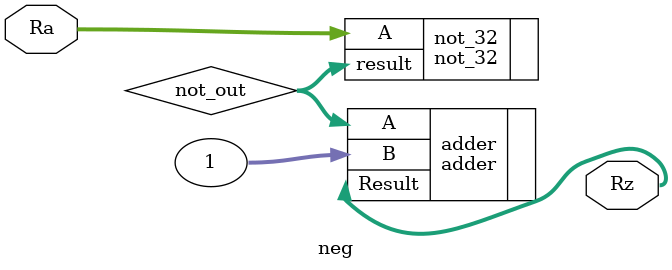
<source format=v>
module neg(
	output wire [31:0] Rz,
	input wire [31:0] Ra
	);
	
	wire [31:0] not_out;
	
	not_32 not_32( //flip
		.A(Ra), 
		.result(not_out)
	); 
	
	adder adder( //add 1
		.A(not_out),
		.B(32'h00000001),
		.Result(Rz)
	); 
	
endmodule

</source>
